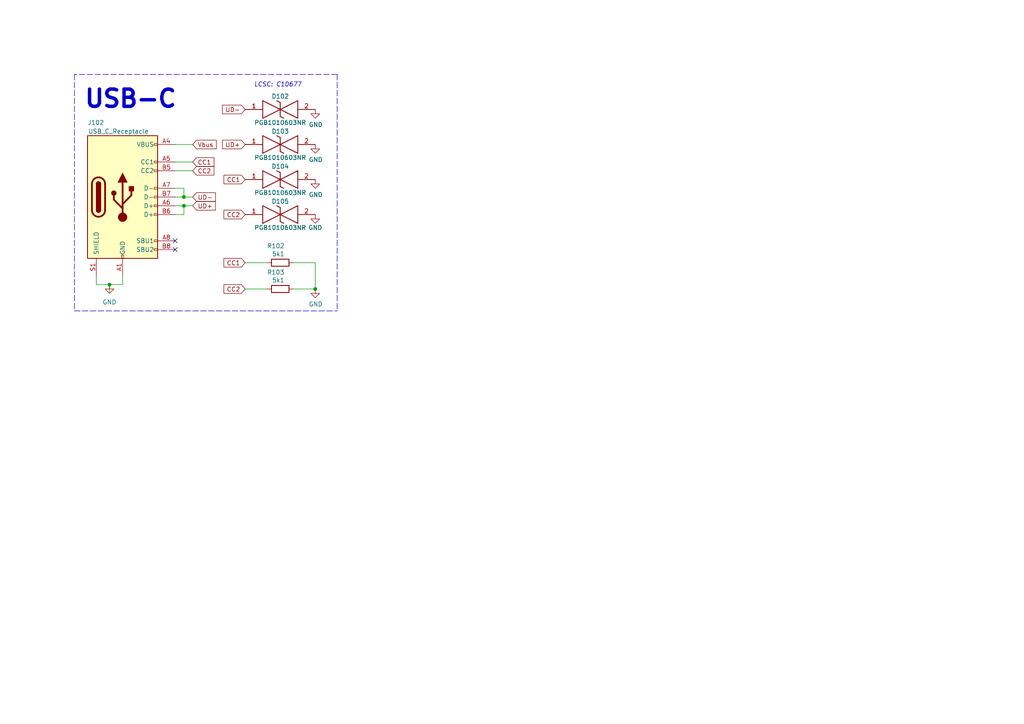
<source format=kicad_sch>
(kicad_sch (version 20211123) (generator eeschema)
  (paper "A4")
  (lib_symbols
    (symbol "Device:R" (pin_numbers hide) (pin_names (offset 0))
      (property "Reference" "R" (at 2.032 0 90))
      (property "Value" "R" (at 0 0 90))
      (symbol "R_0_1"
        (rectangle (start -1.016 -2.54) (end 1.016 2.54) (stroke (width 0.254)))
      )
      (symbol "R_1_1"
        (pin passive line (at 0 3.81 270) (length 1.27) (name "~") (number "1"))
        (pin passive line (at 0 -3.81 90) (length 1.27) (name "~") (number "2"))
      )
    )
    (symbol "PGB1010603NR:PGB1010603NR" (pin_names hide)
      (property "Value" "PGB1010603NR" (at 10.16 -6.35 0))
      (property "Reference_1" "D" (at 12.7 8.89 0))
      (property "Value_1" "PGB1010603NR" (at 12.7 6.35 0))
      (symbol "PGB1010603NR_1_1"
        (polyline (pts (xy 5.08 2.54) (xy 5.08 -2.54)) (stroke (width 0.254)))
        (polyline (pts (xy 5.08 2.54) (xy 10.16 0)) (stroke (width 0.254)))
        (polyline (pts (xy 9.144 2.54) (xy 10.16 2.032)) (stroke (width 0.254)))
        (polyline (pts (xy 10.16 -2.032) (xy 10.16 2.032)) (stroke (width 0.254)))
        (polyline (pts (xy 10.16 -2.032) (xy 11.176 -2.54)) (stroke (width 0.254)))
        (polyline (pts (xy 10.16 0) (xy 5.08 -2.54)) (stroke (width 0.254)))
        (polyline (pts (xy 10.16 0) (xy 15.24 -2.54)) (stroke (width 0.254)))
        (polyline (pts (xy 15.24 2.54) (xy 10.16 0)) (stroke (width 0.254)))
        (polyline (pts (xy 15.24 2.54) (xy 15.24 -2.54)) (stroke (width 0.254)))
        (pin passive line (at 0 0 0) (length 5.08) (name "1") (number "1"))
        (pin passive line (at 20.32 0 180) (length 5.08) (name "2") (number "2"))
      )
    )
    (symbol "power:GND" (power) (pin_names (offset 0))
      (property "Value" "GND" (at 0 -3.81 0))
      (symbol "GND_0_1"
        (polyline (pts (xy 0 0) (xy 0 -1.27) (xy 1.27 -1.27) (xy 0 -2.54) (xy -1.27 -1.27) (xy 0 -1.27)))
      )
      (symbol "GND_1_1"
        (pin power_in line (at 0 0 270) (length 0) hide (name "GND") (number "1"))
      )
    )
    (symbol "usb_c_receptacle_usb2.0:USB_C_Receptacle" (pin_names (offset 1.016))
      (property "Reference" "J" (at -10.16 19.05 0))
      (property "Value" "USB_C_Receptacle" (at 19.05 19.05 0))
      (symbol "USB_C_Receptacle_0_0"
        (rectangle (start -0.254 -17.78) (end 0.254 -16.764))
        (rectangle (start 10.16 -14.986) (end 9.144 -15.494))
        (rectangle (start 10.16 -12.446) (end 9.144 -12.954))
        (rectangle (start 10.16 -4.826) (end 9.144 -5.334))
        (rectangle (start 10.16 -2.286) (end 9.144 -2.794))
        (rectangle (start 10.16 0.254) (end 9.144 -0.254))
        (rectangle (start 10.16 2.794) (end 9.144 2.286))
        (rectangle (start 10.16 7.874) (end 9.144 7.366))
        (rectangle (start 10.16 10.414) (end 9.144 9.906))
        (rectangle (start 10.16 15.494) (end 9.144 14.986))
      )
      (symbol "USB_C_Receptacle_0_1"
        (rectangle (start -10.16 17.78) (end 10.16 -17.78) (stroke (width 0.254)) (fill (type background)))
        (arc (start -8.89 -3.81) (mid -6.985 -5.715) (end -5.08 -3.81) (stroke (width 0.508)))
        (arc (start -7.62 -3.81) (mid -6.985 -4.445) (end -6.35 -3.81) (stroke (width 0.254)))
        (arc (start -7.62 -3.81) (mid -6.985 -4.445) (end -6.35 -3.81) (stroke (width 0.254)) (fill (type outline)))
        (rectangle (start -7.62 -3.81) (end -6.35 3.81) (stroke (width 0.254)) (fill (type outline)))
        (arc (start -6.35 3.81) (mid -6.985 4.445) (end -7.62 3.81) (stroke (width 0.254)))
        (arc (start -6.35 3.81) (mid -6.985 4.445) (end -7.62 3.81) (stroke (width 0.254)) (fill (type outline)))
        (arc (start -5.08 3.81) (mid -6.985 5.715) (end -8.89 3.81) (stroke (width 0.508)))
        (circle (center -2.54 1.143) (radius 0.635) (stroke (width 0.254)) (fill (type outline)))
        (circle (center 0 -5.842) (radius 1.27) (fill (type outline)))
        (polyline (pts (xy -8.89 -3.81) (xy -8.89 3.81)) (stroke (width 0.508)))
        (polyline (pts (xy -5.08 3.81) (xy -5.08 -3.81)) (stroke (width 0.508)))
        (polyline (pts (xy 0 -5.842) (xy 0 4.318)) (stroke (width 0.508)))
        (polyline (pts (xy 0 -3.302) (xy -2.54 -0.762) (xy -2.54 0.508)) (stroke (width 0.508)))
        (polyline (pts (xy 0 -2.032) (xy 2.54 0.508) (xy 2.54 1.778)) (stroke (width 0.508)))
        (polyline (pts (xy -1.27 4.318) (xy 0 6.858) (xy 1.27 4.318) (xy -1.27 4.318)) (stroke (width 0.254)) (fill (type outline)))
        (rectangle (start 1.905 1.778) (end 3.175 3.048) (stroke (width 0.254)) (fill (type outline)))
      )
      (symbol "USB_C_Receptacle_1_1"
        (pin passive line (at 0 -22.86 90) (length 5.08) (name "GND") (number "A1"))
        (pin passive line (at 0 -22.86 90) (length 5.08) hide (name "GND") (number "A12"))
        (pin passive line (at 15.24 15.24 180) (length 5.08) (name "VBUS") (number "A4"))
        (pin bidirectional line (at 15.24 10.16 180) (length 5.08) (name "CC1") (number "A5"))
        (pin bidirectional line (at 15.24 -2.54 180) (length 5.08) (name "D+") (number "A6"))
        (pin bidirectional line (at 15.24 2.54 180) (length 5.08) (name "D-") (number "A7"))
        (pin bidirectional line (at 15.24 -12.7 180) (length 5.08) (name "SBU1") (number "A8"))
        (pin passive line (at 15.24 15.24 180) (length 5.08) hide (name "VBUS") (number "A9"))
        (pin passive line (at 0 -22.86 90) (length 5.08) hide (name "GND") (number "B1"))
        (pin passive line (at 0 -22.86 90) (length 5.08) hide (name "GND") (number "B12"))
        (pin passive line (at 15.24 15.24 180) (length 5.08) hide (name "VBUS") (number "B4"))
        (pin bidirectional line (at 15.24 7.62 180) (length 5.08) (name "CC2") (number "B5"))
        (pin bidirectional line (at 15.24 -5.08 180) (length 5.08) (name "D+") (number "B6"))
        (pin bidirectional line (at 15.24 0 180) (length 5.08) (name "D-") (number "B7"))
        (pin bidirectional line (at 15.24 -15.24 180) (length 5.08) (name "SBU2") (number "B8"))
        (pin passive line (at 15.24 15.24 180) (length 5.08) hide (name "VBUS") (number "B9"))
        (pin passive line (at -7.62 -22.86 90) (length 5.08) (name "SHIELD") (number "S1"))
      )
    )
  )
  (junction (at 91.44 83.82))
  (junction (at 53.34 59.69))
  (junction (at 31.75 82.55))
  (junction (at 53.34 57.15))
  (no_connect (at 50.8 69.85))
  (no_connect (at 50.8 72.39))
  (wire (pts (xy 31.75 82.55) (xy 31.75 85.09)))
  (wire (pts (xy 50.8 41.91) (xy 55.88 41.91)))
  (wire (pts (xy 85.09 76.2) (xy 91.44 76.2)))
  (wire (pts (xy 53.34 54.61) (xy 53.34 57.15)))
  (wire (pts (xy 35.56 80.01) (xy 35.56 82.55)))
  (wire (pts (xy 91.44 76.2) (xy 91.44 83.82)))
  (wire (pts (xy 53.34 59.69) (xy 55.88 59.69)))
  (polyline (pts (xy 21.59 90.17) (xy 97.79 90.17)))
  (wire (pts (xy 27.94 80.01) (xy 27.94 82.55)))
  (wire (pts (xy 50.8 46.99) (xy 55.88 46.99)))
  (wire (pts (xy 27.94 82.55) (xy 31.75 82.55)))
  (wire (pts (xy 50.8 49.53) (xy 55.88 49.53)))
  (polyline (pts (xy 21.59 21.59) (xy 21.59 90.17)))
  (wire (pts (xy 85.09 83.82) (xy 91.44 83.82)))
  (wire (pts (xy 53.34 62.23) (xy 53.34 59.69)))
  (polyline (pts (xy 97.79 21.59) (xy 97.79 90.17)))
  (wire (pts (xy 50.8 57.15) (xy 53.34 57.15)))
  (polyline (pts (xy 97.79 21.59) (xy 21.59 21.59)))
  (wire (pts (xy 50.8 59.69) (xy 53.34 59.69)))
  (wire (pts (xy 50.8 54.61) (xy 53.34 54.61)))
  (wire (pts (xy 53.34 57.15) (xy 55.88 57.15)))
  (wire (pts (xy 71.12 83.82) (xy 77.47 83.82)))
  (wire (pts (xy 50.8 62.23) (xy 53.34 62.23)))
  (wire (pts (xy 71.12 76.2) (xy 77.47 76.2)))
  (wire (pts (xy 31.75 82.55) (xy 35.56 82.55)))
  (text "LCSC: C10677" (at 73.66 25.4 0) (effects (font (size 1.27 1.27) italic) (justify left bottom)))
  (text "USB-C" (at 24.13 31.75 0) (effects (font (size 5 5) (thickness 1) bold) (justify left bottom)))
  (global_label "CC1" (shape input) (at 71.12 52.07 180) (property "Intersheet References" "${INTERSHEET_REFS}" (effects hide)))
  (global_label "Vbus" (shape input) (at 55.88 41.91 0) (property "Intersheet References" "${INTERSHEET_REFS}" (effects hide)))
  (global_label "CC1" (shape input) (at 71.12 76.2 180) (property "Intersheet References" "${INTERSHEET_REFS}" (effects hide)))
  (global_label "UD+" (shape input) (at 71.12 41.91 180) (property "Intersheet References" "${INTERSHEET_REFS}" (effects hide)))
  (global_label "CC2" (shape input) (at 71.12 62.23 180) (property "Intersheet References" "${INTERSHEET_REFS}" (effects hide)))
  (global_label "UD-" (shape input) (at 71.12 31.75 180) (property "Intersheet References" "${INTERSHEET_REFS}" (effects hide)))
  (global_label "CC2" (shape input) (at 55.88 49.53 0) (property "Intersheet References" "${INTERSHEET_REFS}" (effects hide)))
  (global_label "UD+" (shape input) (at 55.88 59.69 0) (property "Intersheet References" "${INTERSHEET_REFS}" (effects hide)))
  (global_label "UD-" (shape input) (at 55.88 57.15 0) (property "Intersheet References" "${INTERSHEET_REFS}" (effects hide)))
  (global_label "CC1" (shape input) (at 55.88 46.99 0) (property "Intersheet References" "${INTERSHEET_REFS}" (effects hide)))
  (global_label "CC2" (shape input) (at 71.12 83.82 180) (property "Intersheet References" "${INTERSHEET_REFS}" (effects hide)))
  (symbol (lib_id "power:GND") (at 91.44 41.91 0) (unit 1)
    (property "Reference" "#PWR0103" (effects hide))
    (property "Value" "GND" (at 91.567 46.3042 0))
  )
  (symbol (lib_id "Device:R") (at 81.28 76.2 90) (unit 1)
    (property "Reference" "R102" (at 82.55 71.3486 90) (effects (justify left)))
    (property "Value" "5k1" (at 82.55 73.66 90) (effects (justify left)))
    (property "Footprint" "Resistor_SMD:R_0603_1608Metric" (effects hide))
  )
  (symbol (lib_id "PGB1010603NR:PGB1010603NR") (at 71.12 31.75 0) (unit 1)
    (property "Reference" "D102" (at 81.28 27.94 0))
    (property "Value" "PGB1010603NR" (at 81.28 35.56 0))
    (property "Footprint" "tinker:PGB1010603NRHF" (effects hide))
    (property "Reference_1" "D" (effects hide))
    (property "Value_1" "PGB1010603NR" (effects hide))
    (property "Footprint_1" "PGB1010603NRHF" (effects hide))
    (property "Datasheet_1" "https://www.littelfuse.com/data/en/data_sheets/littelfuse_pulseguard-esd_pgb1.pdf" (effects hide))
    (property "Height" "0.36" (effects hide))
    (property "Manufacturer_Name" "LITTELFUSE" (effects hide))
    (property "Manufacturer_Part_Number" "PGB1010603NR" (effects hide))
    (property "Mouser Part Number" "576-PGB1010603NR" (effects hide))
    (property "Mouser Price/Stock" "https://www.mouser.co.uk/ProductDetail/Littelfuse/PGB1010603NR?qs=gu7KAQ731UTJOoBJUwB8FA%3D%3D" (effects hide))
    (property "Arrow Part Number" "PGB1010603NR" (effects hide))
    (property "Arrow Price/Stock" "https://www.arrow.com/en/products/pgb1010603nr/littelfuse?region=nac" (effects hide))
    (property "LCSC" "C10677" (effects hide))
    (property "DigiKey" "F3591CT-ND" (effects hide))
  )
  (symbol (lib_id "PGB1010603NR:PGB1010603NR") (at 71.12 62.23 0) (unit 1)
    (property "Reference" "D105" (at 81.28 58.42 0))
    (property "Value" "PGB1010603NR" (at 81.28 66.04 0))
    (property "Footprint" "tinker:PGB1010603NRHF" (effects hide))
    (property "Reference_1" "D" (effects hide))
    (property "Value_1" "PGB1010603NR" (effects hide))
    (property "Footprint_1" "PGB1010603NRHF" (effects hide))
    (property "Datasheet_1" "https://www.littelfuse.com/data/en/data_sheets/littelfuse_pulseguard-esd_pgb1.pdf" (effects hide))
    (property "Height" "0.36" (effects hide))
    (property "Manufacturer_Name" "LITTELFUSE" (effects hide))
    (property "Manufacturer_Part_Number" "PGB1010603NR" (effects hide))
    (property "Mouser Part Number" "576-PGB1010603NR" (effects hide))
    (property "Mouser Price/Stock" "https://www.mouser.co.uk/ProductDetail/Littelfuse/PGB1010603NR?qs=gu7KAQ731UTJOoBJUwB8FA%3D%3D" (effects hide))
    (property "Arrow Part Number" "PGB1010603NR" (effects hide))
    (property "Arrow Price/Stock" "https://www.arrow.com/en/products/pgb1010603nr/littelfuse?region=nac" (effects hide))
    (property "LCSC" "C10677" (effects hide))
    (property "DigiKey" "F3591CT-ND" (effects hide))
  )
  (symbol (lib_id "power:GND") (at 31.75 82.55 0) (unit 1)
    (property "Reference" "#PWR0106" (effects hide))
    (property "Value" "GND" (at 31.75 87.63 0))
  )
  (symbol (lib_id "PGB1010603NR:PGB1010603NR") (at 71.12 41.91 0) (unit 1)
    (property "Reference" "D103" (at 81.28 38.1 0))
    (property "Value" "PGB1010603NR" (at 81.28 45.72 0))
    (property "Footprint" "tinker:PGB1010603NRHF" (effects hide))
    (property "Reference_1" "D" (effects hide))
    (property "Value_1" "PGB1010603NR" (effects hide))
    (property "Footprint_1" "PGB1010603NRHF" (effects hide))
    (property "Datasheet_1" "https://www.littelfuse.com/data/en/data_sheets/littelfuse_pulseguard-esd_pgb1.pdf" (effects hide))
    (property "Height" "0.36" (effects hide))
    (property "Manufacturer_Name" "LITTELFUSE" (effects hide))
    (property "Manufacturer_Part_Number" "PGB1010603NR" (effects hide))
    (property "Mouser Part Number" "576-PGB1010603NR" (effects hide))
    (property "Mouser Price/Stock" "https://www.mouser.co.uk/ProductDetail/Littelfuse/PGB1010603NR?qs=gu7KAQ731UTJOoBJUwB8FA%3D%3D" (effects hide))
    (property "Arrow Part Number" "PGB1010603NR" (effects hide))
    (property "Arrow Price/Stock" "https://www.arrow.com/en/products/pgb1010603nr/littelfuse?region=nac" (effects hide))
    (property "LCSC" "C10677" (effects hide))
    (property "DigiKey" "F3591CT-ND" (effects hide))
  )
  (symbol (lib_id "PGB1010603NR:PGB1010603NR") (at 71.12 52.07 0) (unit 1)
    (property "Reference" "D104" (at 81.28 48.26 0))
    (property "Value" "PGB1010603NR" (at 81.28 55.88 0))
    (property "Footprint" "tinker:PGB1010603NRHF" (effects hide))
    (property "Reference_1" "D" (effects hide))
    (property "Value_1" "PGB1010603NR" (effects hide))
    (property "Footprint_1" "PGB1010603NRHF" (effects hide))
    (property "Datasheet_1" "https://www.littelfuse.com/data/en/data_sheets/littelfuse_pulseguard-esd_pgb1.pdf" (effects hide))
    (property "Height" "0.36" (effects hide))
    (property "Manufacturer_Name" "LITTELFUSE" (effects hide))
    (property "Manufacturer_Part_Number" "PGB1010603NR" (effects hide))
    (property "Mouser Part Number" "576-PGB1010603NR" (effects hide))
    (property "Mouser Price/Stock" "https://www.mouser.co.uk/ProductDetail/Littelfuse/PGB1010603NR?qs=gu7KAQ731UTJOoBJUwB8FA%3D%3D" (effects hide))
    (property "Arrow Part Number" "PGB1010603NR" (effects hide))
    (property "Arrow Price/Stock" "https://www.arrow.com/en/products/pgb1010603nr/littelfuse?region=nac" (effects hide))
    (property "LCSC" "C10677" (effects hide))
    (property "DigiKey" "F3591CT-ND" (effects hide))
  )
  (symbol (lib_id "usb_c_receptacle_usb2.0:USB_C_Receptacle") (at 35.56 57.15 0) (unit 1)
    (property "Reference" "J102" (at 25.4 35.56 0) (effects (justify left)))
    (property "Value" "USB_C_Receptacle" (at 43.18 38.1 0) (effects (justify right)))
    (property "Footprint" "tinker:USB_C_Receptacle_HRO_TYPE-C-31-M-12" (effects hide))
    (property "Datasheet" "https://www.usb.org/sites/default/files/documents/usb_type-c.zip" (effects hide))
    (property "LCSC" "C2765186" (effects hide))
  )
  (symbol (lib_id "Device:R") (at 81.28 83.82 90) (unit 1)
    (property "Reference" "R103" (at 82.55 78.9686 90) (effects (justify left)))
    (property "Value" "5k1" (at 82.55 81.28 90) (effects (justify left)))
    (property "Footprint" "Resistor_SMD:R_0603_1608Metric" (effects hide))
  )
  (symbol (lib_id "power:GND") (at 91.44 52.07 0) (unit 1)
    (property "Reference" "#PWR0104" (effects hide))
    (property "Value" "GND" (at 91.567 56.4642 0))
  )
  (symbol (lib_id "power:GND") (at 91.44 83.82 0) (unit 1)
    (property "Reference" "#PWR0107" (effects hide))
    (property "Value" "GND" (at 91.567 88.2142 0))
  )
  (symbol (lib_id "power:GND") (at 91.44 62.23 0) (unit 1)
    (property "Reference" "#PWR0105" (effects hide))
    (property "Value" "GND" (at 91.44 66.04 0))
  )
  (symbol (lib_id "power:GND") (at 91.44 31.75 0) (unit 1)
    (property "Reference" "#PWR0102" (effects hide))
    (property "Value" "GND" (at 91.567 36.1442 0))
  )
)
</source>
